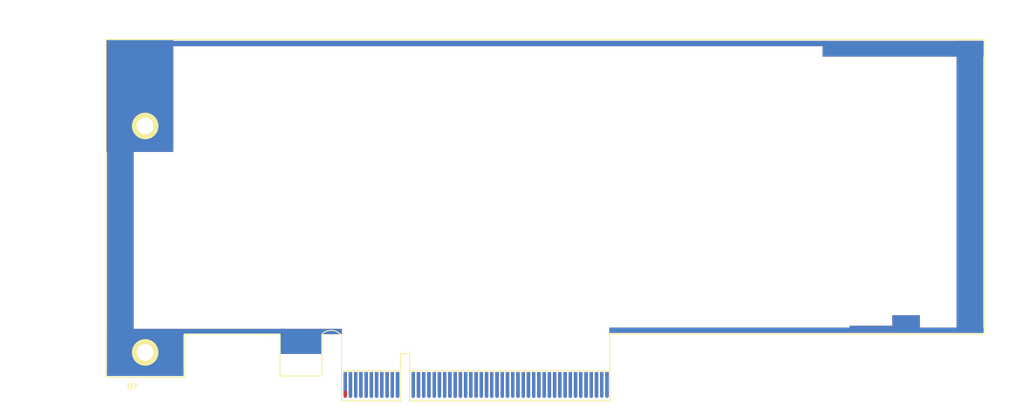
<source format=kicad_pcb>
(kicad_pcb (version 3) (host pcbnew "(2013-07-07 BZR 4022)-stable")

  (general
    (links 0)
    (no_connects 0)
    (area 118.805012 38.1368 341.280713 191.625299)
    (thickness 1.6)
    (drawings 17)
    (tracks 0)
    (zones 0)
    (modules 1)
    (nets 1)
  )

  (page A3)
  (layers
    (15 F.Cu signal)
    (0 B.Cu signal)
    (16 B.Adhes user)
    (17 F.Adhes user)
    (18 B.Paste user)
    (19 F.Paste user)
    (20 B.SilkS user)
    (21 F.SilkS user)
    (22 B.Mask user)
    (23 F.Mask user)
    (24 Dwgs.User user)
    (25 Cmts.User user)
    (26 Eco1.User user)
    (27 Eco2.User user)
    (28 Edge.Cuts user)
  )

  (setup
    (last_trace_width 0.254)
    (trace_clearance 0.254)
    (zone_clearance 0.508)
    (zone_45_only no)
    (trace_min 0.254)
    (segment_width 0.2)
    (edge_width 0.1)
    (via_size 0.889)
    (via_drill 0.635)
    (via_min_size 0.889)
    (via_min_drill 0.508)
    (uvia_size 0.508)
    (uvia_drill 0.127)
    (uvias_allowed no)
    (uvia_min_size 0.508)
    (uvia_min_drill 0.127)
    (pcb_text_width 0.3)
    (pcb_text_size 1.5 1.5)
    (mod_edge_width 0.2)
    (mod_text_size 1 1)
    (mod_text_width 0.15)
    (pad_size 8 4.8)
    (pad_drill 0.6)
    (pad_to_mask_clearance 0)
    (aux_axis_origin 0 0)
    (visible_elements 7FFFFFFF)
    (pcbplotparams
      (layerselection 3178497)
      (usegerberextensions true)
      (excludeedgelayer true)
      (linewidth 0.150000)
      (plotframeref false)
      (viasonmask false)
      (mode 1)
      (useauxorigin false)
      (hpglpennumber 1)
      (hpglpenspeed 20)
      (hpglpendiameter 15)
      (hpglpenoverlay 2)
      (psnegative false)
      (psa4output false)
      (plotreference true)
      (plotvalue true)
      (plotothertext true)
      (plotinvisibletext false)
      (padsonsilk false)
      (subtractmaskfromsilk false)
      (outputformat 1)
      (mirror false)
      (drillshape 1)
      (scaleselection 1)
      (outputdirectory ""))
  )

  (net 0 "")

  (net_class Default "This is the default net class."
    (clearance 0.254)
    (trace_width 0.254)
    (via_dia 0.889)
    (via_drill 0.635)
    (uvia_dia 0.508)
    (uvia_drill 0.127)
    (add_net "")
  )

  (module TOFE_8X_HalfHeight (layer F.Cu) (tedit 561E33CC) (tstamp 561E2BAD)
    (at 148.40966 164.6428)
    (path /5603FC64)
    (fp_text reference U? (at 5 1.75) (layer F.SilkS)
      (effects (font (size 1.016 1.016) (thickness 0.254)))
    )
    (fp_text value TOFE_Expansion_Board_8x_HalfHeight (at 27.3685 -11.3665) (layer F.SilkS) hide
      (effects (font (size 1.016 1.016) (thickness 0.254)))
    )
    (fp_line (start 167.75 -64) (end 167.75 -64.5) (layer F.SilkS) (width 0.2))
    (fp_line (start 167.75 -64.5) (end 159 -64.5) (layer F.SilkS) (width 0.2))
    (fp_line (start 159 -64.5) (end 143.75 -64.5) (layer F.SilkS) (width 0.2))
    (fp_line (start 143.75 -64.5) (end 0 -64.5) (layer F.SilkS) (width 0.2))
    (fp_line (start 0 -64.5) (end 0 -64) (layer F.SilkS) (width 0.2))
    (fp_line (start 167.75 -8.25) (end 167.75 -64.25) (layer F.SilkS) (width 0.2))
    (fp_line (start 0 0) (end 0 -64.4) (layer F.SilkS) (width 0.2))
    (fp_line (start 167.5 -8.25) (end 167.75 -8.25) (layer F.SilkS) (width 0.2))
    (fp_line (start 167.75 -8.25) (end 167.75 -8.55) (layer F.SilkS) (width 0.2))
    (fp_line (start 45 4.5) (end 45 -2.5) (layer F.SilkS) (width 0.2))
    (fp_line (start 45 -2.5) (end 45 -8) (layer F.SilkS) (width 0.2))
    (fp_line (start 45 -8) (end 44.75 -8.25) (layer F.SilkS) (width 0.2))
    (fp_arc (start 43 -6.5) (end 41.25 -8.25) (angle 90) (layer F.SilkS) (width 0.2))
    (fp_line (start 96.25 -8.25) (end 167.5 -8.25) (layer F.SilkS) (width 0.2))
    (fp_line (start 96.25 -0.75) (end 96.25 -8.25) (layer F.SilkS) (width 0.2))
    (fp_line (start 33.25 -0.25) (end 41.25 -0.25) (layer F.SilkS) (width 0.2))
    (fp_line (start 41.25 -2) (end 41.25 -0.25) (layer F.SilkS) (width 0.2))
    (fp_line (start 41.25 -2) (end 41.25 -8.25) (layer F.SilkS) (width 0.2))
    (fp_line (start 33.25 -0.25) (end 33.25 -8.25) (layer F.SilkS) (width 0.2))
    (fp_line (start 33.25 -8.25) (end 30.75 -8.25) (layer F.SilkS) (width 0.2))
    (fp_line (start 31.5 -8.25) (end 31 -8.25) (layer F.SilkS) (width 0.2))
    (fp_line (start 0 -0.25) (end 0 0) (layer F.SilkS) (width 0.2))
    (fp_line (start 0 0) (end 15 0) (layer F.SilkS) (width 0.2))
    (fp_line (start 15 0) (end 15 -0.25) (layer F.SilkS) (width 0.2))
    (fp_line (start 15 -0.25) (end 15 -8.25) (layer F.SilkS) (width 0.2))
    (fp_line (start 15 -8.25) (end 31.25 -8.25) (layer F.SilkS) (width 0.2))
    (fp_line (start 96.25 -1.25) (end 58 -1.25) (layer F.SilkS) (width 0.2))
    (fp_line (start 96.25 4.5) (end 96.25 -1.25) (layer F.SilkS) (width 0.2))
    (fp_line (start 58 4.5) (end 96.25 4.5) (layer F.SilkS) (width 0.2))
    (fp_line (start 58 -4.5) (end 58 4.5) (layer F.SilkS) (width 0.2))
    (fp_line (start 56.25 -4.5) (end 58 -4.5) (layer F.SilkS) (width 0.2))
    (fp_line (start 56.25 -4.5) (end 56.25 4.5) (layer F.SilkS) (width 0.2))
    (fp_line (start 56.25 -1.25) (end 45 -1.25) (layer F.SilkS) (width 0.2))
    (fp_line (start 45 4.5) (end 56.25 4.5) (layer F.SilkS) (width 0.2))
    (pad "" connect circle (at 64.6996 3.60124) (size 0.65024 0.65024)
      (layers F.Cu F.Mask)
    )
    (pad B1 connect rect (at 45.7004 1.3) (size 0.65024 4.59994)
      (layers F.Cu B.Mask)
    )
    (pad B2 connect rect (at 46.70116 1.3) (size 0.65024 4.59994)
      (layers F.Cu B.Mask)
    )
    (pad B3 connect rect (at 47.69938 1.3) (size 0.65024 4.59994)
      (layers F.Cu B.Mask)
    )
    (pad B4 connect rect (at 48.70014 1.3) (size 0.65024 4.59994)
      (layers F.Cu B.Mask)
    )
    (pad B5 connect rect (at 49.7009 1.3) (size 0.65024 4.59994)
      (layers F.Cu B.Mask)
    )
    (pad B6 connect rect (at 50.69912 1.3) (size 0.65024 4.59994)
      (layers F.Cu B.Mask)
    )
    (pad B7 connect rect (at 51.69988 1.3) (size 0.65024 4.59994)
      (layers F.Cu B.Mask)
    )
    (pad B8 connect rect (at 52.70064 1.3) (size 0.65024 4.59994)
      (layers F.Cu B.Mask)
    )
    (pad B9 connect rect (at 53.69886 1.3) (size 0.65024 4.59994)
      (layers F.Cu B.Mask)
    )
    (pad B10 connect rect (at 54.69962 1.3) (size 0.65024 4.59994)
      (layers F.Cu B.Mask)
    )
    (pad B11 connect rect (at 55.70038 1.3) (size 0.65024 4.59994)
      (layers F.Cu B.Mask)
    )
    (pad B14 connect rect (at 60.6991 1.3) (size 0.65024 4.59994)
      (layers F.Cu B.Mask)
    )
    (pad B15 connect rect (at 61.69986 1.3) (size 0.65024 4.59994)
      (layers F.Cu B.Mask)
    )
    (pad B16 connect rect (at 62.70062 1.3) (size 0.65024 4.59994)
      (layers F.Cu B.Mask)
    )
    (pad B17 connect rect (at 63.69884 0.79962) (size 0.65024 3.59918)
      (layers F.Cu B.Mask)
    )
    (pad B18 connect rect (at 64.6996 1.3) (size 0.65024 4.59994)
      (layers F.Cu B.Mask)
    )
    (pad B12 connect rect (at 58.70012 1.3) (size 0.65024 4.59994)
      (layers F.Cu B.Mask)
    )
    (pad B13 connect rect (at 59.70088 1.3) (size 0.65024 4.59994)
      (layers F.Cu B.Mask)
    )
    (pad A1 connect rect (at 45.7004 0.79962) (size 0.65024 3.59918)
      (layers B.Cu B.Mask)
    )
    (pad A2 connect rect (at 46.70116 1.3) (size 0.65024 4.59994)
      (layers B.Cu B.Mask)
    )
    (pad A3 connect rect (at 47.69938 1.3) (size 0.65024 4.59994)
      (layers B.Cu B.Mask)
    )
    (pad A4 connect rect (at 48.70014 1.3) (size 0.65024 4.59994)
      (layers B.Cu B.Mask)
    )
    (pad A5 connect rect (at 49.7009 1.3) (size 0.65024 4.59994)
      (layers B.Cu B.Mask)
    )
    (pad A6 connect rect (at 50.69912 1.3) (size 0.65024 4.59994)
      (layers B.Cu B.Mask)
    )
    (pad A7 connect rect (at 51.69988 1.3) (size 0.65024 4.59994)
      (layers B.Cu B.Mask)
    )
    (pad A8 connect rect (at 52.70064 1.3) (size 0.65024 4.59994)
      (layers B.Cu B.Mask)
    )
    (pad A9 connect rect (at 53.69886 1.3) (size 0.65024 4.59994)
      (layers B.Cu B.Mask)
    )
    (pad A10 connect rect (at 54.69962 1.3) (size 0.65024 4.59994)
      (layers B.Cu B.Mask)
    )
    (pad A11 connect rect (at 55.70038 1.3) (size 0.65024 4.59994)
      (layers B.Cu B.Mask)
    )
    (pad A14 connect rect (at 60.6991 1.3) (size 0.65024 4.59994)
      (layers B.Cu B.Mask)
    )
    (pad A15 connect rect (at 61.69986 1.3) (size 0.65024 4.59994)
      (layers B.Cu B.Mask)
    )
    (pad A16 connect rect (at 62.70062 1.3) (size 0.65024 4.59994)
      (layers B.Cu B.Mask)
    )
    (pad A17 connect rect (at 63.69884 1.3) (size 0.65024 4.59994)
      (layers B.Cu B.Mask)
    )
    (pad A18 connect rect (at 64.7 1.3) (size 0.65024 4.59994)
      (layers B.Cu B.Mask)
    )
    (pad A12 connect rect (at 58.70012 1.3) (size 0.65024 4.59994)
      (layers B.Cu B.Mask)
    )
    (pad A13 connect rect (at 59.70088 1.3) (size 0.65024 4.59994)
      (layers B.Cu B.Mask)
    )
    (pad "" connect circle (at 47.69938 3.60124) (size 0.65024 0.65024)
      (layers F.Cu F.Mask)
    )
    (pad "" connect circle (at 48.70014 3.60124) (size 0.65024 0.65024)
      (layers F.Cu F.Mask)
    )
    (pad "" connect circle (at 49.7009 3.60124) (size 0.65024 0.65024)
      (layers F.Cu F.Mask)
    )
    (pad "" connect circle (at 50.69912 3.60124) (size 0.65024 0.65024)
      (layers F.Cu F.Mask)
    )
    (pad "" connect circle (at 51.69988 3.60124) (size 0.65024 0.65024)
      (layers F.Cu F.Mask)
    )
    (pad "" connect circle (at 52.70064 3.60124) (size 0.65024 0.65024)
      (layers F.Cu F.Mask)
    )
    (pad "" connect circle (at 53.69886 3.60124) (size 0.65024 0.65024)
      (layers F.Cu F.Mask)
    )
    (pad "" connect circle (at 54.69962 3.60124) (size 0.65024 0.65024)
      (layers F.Cu F.Mask)
    )
    (pad "" connect circle (at 55.70038 3.60124) (size 0.65024 0.65024)
      (layers F.Cu F.Mask)
    )
    (pad "" connect circle (at 45.7004 3.60124) (size 0.65024 0.65024)
      (layers F.Cu F.Mask)
    )
    (pad "" connect circle (at 58.70012 3.60124) (size 0.65024 0.65024)
      (layers F.Cu F.Mask)
    )
    (pad "" connect circle (at 59.70088 3.60124) (size 0.65024 0.65024)
      (layers F.Cu F.Mask)
    )
    (pad "" connect circle (at 60.6991 3.60124) (size 0.65024 0.65024)
      (layers F.Cu F.Mask)
    )
    (pad "" connect circle (at 61.69986 3.60124) (size 0.65024 0.65024)
      (layers F.Cu F.Mask)
    )
    (pad "" connect circle (at 62.70062 3.60124) (size 0.65024 0.65024)
      (layers F.Cu F.Mask)
    )
    (pad "" connect circle (at 46.70116 3.60124) (size 0.65024 0.65024)
      (layers F.Cu F.Mask)
    )
    (pad "" connect oval (at 48.70014 3.60124 90) (size 0.65024 0.65024)
      (layers B.Cu B.Mask)
    )
    (pad "" connect oval (at 49.7009 3.60124 90) (size 0.65024 0.65024)
      (layers B.Cu B.Mask)
    )
    (pad "" connect oval (at 50.69912 3.60124 90) (size 0.65024 0.65024)
      (layers B.Cu B.Mask)
    )
    (pad "" connect oval (at 51.69988 3.60124 90) (size 0.65024 0.65024)
      (layers B.Cu B.Mask)
    )
    (pad "" connect oval (at 52.70064 3.60124 90) (size 0.65024 0.65024)
      (layers B.Cu B.Mask)
    )
    (pad "" connect oval (at 53.69886 3.60124 90) (size 0.65024 0.65024)
      (layers B.Cu B.Mask)
    )
    (pad "" connect oval (at 54.69962 3.60124 90) (size 0.65024 0.65024)
      (layers B.Cu B.Mask)
    )
    (pad "" connect oval (at 60.6991 3.60124 90) (size 0.65024 0.65024)
      (layers B.Cu B.Mask)
    )
    (pad "" connect oval (at 61.69986 3.60124 90) (size 0.65024 0.65024)
      (layers B.Cu B.Mask)
    )
    (pad "" connect oval (at 47.69938 3.60124 90) (size 0.65024 0.65024)
      (layers B.Cu B.Mask)
    )
    (pad "" connect oval (at 59.70088 3.60124 90) (size 0.65024 0.65024)
      (layers B.Cu B.Mask)
    )
    (pad "" connect oval (at 62.70062 3.60124 90) (size 0.65024 0.65024)
      (layers B.Cu B.Mask)
    )
    (pad "" connect oval (at 55.70038 3.60124 90) (size 0.65024 0.65024)
      (layers B.Cu B.Mask)
    )
    (pad "" connect oval (at 58.70012 3.60124 90) (size 0.65024 0.65024)
      (layers B.Cu B.Mask)
    )
    (pad "" connect oval (at 63.69884 3.60124 90) (size 0.65024 0.65024)
      (layers B.Cu B.Mask)
    )
    (pad "" connect oval (at 64.6996 3.60124 90) (size 0.65024 0.65024)
      (layers B.Cu B.Mask)
    )
    (pad "" connect oval (at 46.70116 3.60124 90) (size 0.65024 0.65024)
      (layers B.Cu B.Mask)
    )
    (pad B19 connect rect (at 65.7 1.3) (size 0.65024 4.59994)
      (layers F.Cu B.Mask)
    )
    (pad A19 connect rect (at 65.7 1.3) (size 0.65024 4.59994)
      (layers B.Cu B.Mask)
    )
    (pad A20 connect rect (at 66.7 1.3) (size 0.65024 4.59994)
      (layers B.Cu B.Mask)
    )
    (pad A21 connect rect (at 67.7 1.3) (size 0.65024 4.59994)
      (layers B.Cu B.Mask)
    )
    (pad A22 connect rect (at 68.7 1.3) (size 0.65024 4.59994)
      (layers B.Cu B.Mask)
    )
    (pad A23 connect rect (at 69.7 1.3) (size 0.65024 4.59994)
      (layers B.Cu B.Mask)
    )
    (pad A24 connect rect (at 70.7 1.3) (size 0.65024 4.59994)
      (layers B.Cu B.Mask)
    )
    (pad A25 connect rect (at 71.7 1.3) (size 0.65024 4.59994)
      (layers B.Cu B.Mask)
    )
    (pad A26 connect rect (at 72.7 1.3) (size 0.65024 4.59994)
      (layers B.Cu B.Mask)
    )
    (pad A27 connect rect (at 73.7 1.3) (size 0.65024 4.59994)
      (layers B.Cu B.Mask)
    )
    (pad A28 connect rect (at 74.7 1.3) (size 0.65024 4.59994)
      (layers B.Cu B.Mask)
    )
    (pad A29 connect rect (at 75.7 1.3) (size 0.65024 4.59994)
      (layers B.Cu B.Mask)
    )
    (pad A30 connect rect (at 76.7 1.3) (size 0.65024 4.59994)
      (layers B.Cu B.Mask)
    )
    (pad A31 connect rect (at 77.7 1.3) (size 0.65024 4.59994)
      (layers B.Cu B.Mask)
    )
    (pad A32 connect rect (at 78.7 1.3) (size 0.65024 4.59994)
      (layers B.Cu B.Mask)
    )
    (pad A33 connect rect (at 79.7 1.3) (size 0.65024 4.59994)
      (layers B.Cu B.Mask)
    )
    (pad A34 connect rect (at 80.7 1.3) (size 0.65024 4.59994)
      (layers B.Cu B.Mask)
    )
    (pad A35 connect rect (at 81.7 1.3) (size 0.65024 4.59994)
      (layers B.Cu B.Mask)
    )
    (pad A36 connect rect (at 82.7 1.3) (size 0.65024 4.59994)
      (layers B.Cu B.Mask)
    )
    (pad A37 connect rect (at 83.7 1.3) (size 0.65024 4.59994)
      (layers B.Cu B.Mask)
    )
    (pad A38 connect rect (at 84.7 1.3) (size 0.65024 4.59994)
      (layers B.Cu B.Mask)
    )
    (pad A39 connect rect (at 85.7 1.3) (size 0.65024 4.59994)
      (layers B.Cu B.Mask)
    )
    (pad A40 connect rect (at 86.7 1.3) (size 0.65024 4.59994)
      (layers B.Cu B.Mask)
    )
    (pad A41 connect rect (at 87.7 1.3) (size 0.65024 4.59994)
      (layers B.Cu B.Mask)
    )
    (pad A42 connect rect (at 88.7 1.3) (size 0.65024 4.59994)
      (layers B.Cu B.Mask)
    )
    (pad A43 connect rect (at 89.7 1.3) (size 0.65024 4.59994)
      (layers B.Cu B.Mask)
    )
    (pad A44 connect rect (at 90.7 1.3) (size 0.65024 4.59994)
      (layers B.Cu B.Mask)
    )
    (pad A45 connect rect (at 91.7 1.3) (size 0.65024 4.59994)
      (layers B.Cu B.Mask)
    )
    (pad A46 connect rect (at 92.7 1.3) (size 0.65024 4.59994)
      (layers B.Cu B.Mask)
    )
    (pad A47 connect rect (at 93.7 1.3) (size 0.65024 4.59994)
      (layers B.Cu B.Mask)
    )
    (pad A48 connect rect (at 94.7 1.3) (size 0.65024 4.59994)
      (layers B.Cu B.Mask)
    )
    (pad A49 connect rect (at 95.7 1.3) (size 0.65024 4.59994)
      (layers B.Cu B.Mask)
    )
    (pad B20 connect rect (at 66.7 1.3) (size 0.65024 4.59994)
      (layers F.Cu B.Mask)
    )
    (pad B21 connect rect (at 67.7 1.3) (size 0.65024 4.59994)
      (layers F.Cu B.Mask)
    )
    (pad B22 connect rect (at 68.7 1.3) (size 0.65024 4.59994)
      (layers F.Cu B.Mask)
    )
    (pad B23 connect rect (at 69.7 1.3) (size 0.65024 4.59994)
      (layers F.Cu B.Mask)
    )
    (pad B24 connect rect (at 70.7 1.3) (size 0.65024 4.59994)
      (layers F.Cu B.Mask)
    )
    (pad B25 connect rect (at 71.7 1.3) (size 0.65024 4.59994)
      (layers F.Cu B.Mask)
    )
    (pad B26 connect rect (at 72.7 1.3) (size 0.65024 4.59994)
      (layers F.Cu B.Mask)
    )
    (pad B27 connect rect (at 73.7 1.3) (size 0.65024 4.59994)
      (layers F.Cu B.Mask)
    )
    (pad B28 connect rect (at 74.7 1.3) (size 0.65024 4.59994)
      (layers F.Cu B.Mask)
    )
    (pad B29 connect rect (at 75.7 1.3) (size 0.65024 4.59994)
      (layers F.Cu B.Mask)
    )
    (pad B30 connect rect (at 76.7 1.3) (size 0.65024 4.59994)
      (layers F.Cu B.Mask)
    )
    (pad B31 connect rect (at 77.7 0.8) (size 0.65024 3.59918)
      (layers F.Cu B.Mask)
    )
    (pad B32 connect rect (at 78.7 1.3) (size 0.65024 4.59994)
      (layers F.Cu B.Mask)
    )
    (pad B33 connect rect (at 79.7 1.3) (size 0.65024 4.59994)
      (layers F.Cu B.Mask)
    )
    (pad B34 connect rect (at 80.7 1.3) (size 0.65024 4.59994)
      (layers F.Cu B.Mask)
    )
    (pad B35 connect rect (at 81.7 1.3) (size 0.65024 4.59994)
      (layers F.Cu B.Mask)
    )
    (pad B36 connect rect (at 82.7 1.3) (size 0.65024 4.59994)
      (layers F.Cu B.Mask)
    )
    (pad B37 connect rect (at 83.7 1.3) (size 0.65024 4.59994)
      (layers F.Cu B.Mask)
    )
    (pad B38 connect rect (at 84.7 1.3) (size 0.65024 4.59994)
      (layers F.Cu B.Mask)
    )
    (pad B39 connect rect (at 85.7 1.3) (size 0.65024 4.59994)
      (layers F.Cu B.Mask)
    )
    (pad B40 connect rect (at 86.7 1.3) (size 0.65024 4.59994)
      (layers F.Cu B.Mask)
    )
    (pad B41 connect rect (at 87.7 1.3) (size 0.65024 4.59994)
      (layers F.Cu B.Mask)
    )
    (pad B42 connect rect (at 88.7 1.3) (size 0.65024 4.59994)
      (layers F.Cu B.Mask)
    )
    (pad B43 connect rect (at 89.7 1.3) (size 0.65024 4.59994)
      (layers F.Cu B.Mask)
    )
    (pad B44 connect rect (at 90.7 1.3) (size 0.65024 4.59994)
      (layers F.Cu B.Mask)
    )
    (pad B45 connect rect (at 91.7 1.3) (size 0.65024 4.59994)
      (layers F.Cu B.Mask)
    )
    (pad B46 connect rect (at 92.7 1.3) (size 0.65024 4.59994)
      (layers F.Cu B.Mask)
    )
    (pad B47 connect rect (at 93.7 1.3) (size 0.65024 4.59994)
      (layers F.Cu B.Mask)
    )
    (pad B48 connect rect (at 94.7 0.8) (size 0.65024 3.59918)
      (layers F.Cu B.Mask)
    )
    (pad B49 connect rect (at 95.7 1.3) (size 0.65024 4.59994)
      (layers F.Cu B.Mask)
    )
    (pad "" connect oval (at 65.7 3.60124) (size 0.65024 0.65024)
      (layers F.Cu B.Mask)
    )
    (pad "" connect oval (at 66.7 3.60124) (size 0.65024 0.65024)
      (layers F.Cu B.Mask)
    )
    (pad "" connect oval (at 67.7 3.60124) (size 0.65024 0.65024)
      (layers F.Cu B.Mask)
    )
    (pad "" connect oval (at 68.7 3.60124) (size 0.65024 0.65024)
      (layers F.Cu B.Mask)
    )
    (pad "" connect oval (at 69.7 3.60124) (size 0.65024 0.65024)
      (layers F.Cu B.Mask)
    )
    (pad "" connect oval (at 70.7 3.60124) (size 0.65024 0.65024)
      (layers F.Cu B.Mask)
    )
    (pad "" connect oval (at 71.7 3.60124) (size 0.65024 0.65024)
      (layers F.Cu B.Mask)
    )
    (pad "" connect oval (at 72.7 3.60124) (size 0.65024 0.65024)
      (layers F.Cu B.Mask)
    )
    (pad "" connect oval (at 90.7 3.60124) (size 0.65024 0.65024)
      (layers F.Cu B.Mask)
    )
    (pad "" connect oval (at 73.7 3.60124) (size 0.65024 0.65024)
      (layers F.Cu B.Mask)
    )
    (pad "" connect oval (at 74.7 3.60124) (size 0.65024 0.65024)
      (layers F.Cu B.Mask)
    )
    (pad "" connect oval (at 75.7 3.60124) (size 0.65024 0.65024)
      (layers F.Cu B.Mask)
    )
    (pad "" connect oval (at 76.7 3.60124) (size 0.65024 0.65024)
      (layers F.Cu B.Mask)
    )
    (pad "" connect oval (at 78.7 3.60124) (size 0.65024 0.65024)
      (layers F.Cu B.Mask)
    )
    (pad "" connect oval (at 79.7 3.60124) (size 0.65024 0.65024)
      (layers F.Cu B.Mask)
    )
    (pad "" connect oval (at 80.7 3.60124) (size 0.65024 0.65024)
      (layers F.Cu B.Mask)
    )
    (pad "" connect oval (at 81.7 3.60124) (size 0.65024 0.65024)
      (layers F.Cu B.Mask)
    )
    (pad "" connect oval (at 82.7 3.60124) (size 0.65024 0.65024)
      (layers F.Cu B.Mask)
    )
    (pad "" connect oval (at 91.7 3.60124) (size 0.65024 0.65024)
      (layers F.Cu B.Mask)
    )
    (pad "" connect oval (at 83.7 3.60124) (size 0.65024 0.65024)
      (layers F.Cu B.Mask)
    )
    (pad "" connect oval (at 84.7 3.60124) (size 0.65024 0.65024)
      (layers F.Cu B.Mask)
    )
    (pad "" connect oval (at 85.7 3.60124) (size 0.65024 0.65024)
      (layers F.Cu B.Mask)
    )
    (pad "" connect oval (at 86.7 3.60124) (size 0.65024 0.65024)
      (layers F.Cu B.Mask)
    )
    (pad "" connect oval (at 87.7 3.60124) (size 0.65024 0.65024)
      (layers F.Cu B.Mask)
    )
    (pad "" connect oval (at 88.7 3.60124) (size 0.65024 0.65024)
      (layers F.Cu B.Mask)
    )
    (pad "" connect oval (at 89.7 3.60124) (size 0.65024 0.65024)
      (layers F.Cu B.Mask)
    )
    (pad "" connect oval (at 92.7 3.60124) (size 0.65024 0.65024)
      (layers F.Cu B.Mask)
    )
    (pad "" connect oval (at 93.7 3.60124) (size 0.65024 0.65024)
      (layers F.Cu B.Mask)
    )
    (pad "" connect oval (at 95.7 3.60124) (size 0.65024 0.65024)
      (layers F.Cu B.Mask)
    )
    (pad "" connect oval (at 65.7 3.60124 90) (size 0.65024 0.65024)
      (layers B.Cu B.Mask)
    )
    (pad "" connect oval (at 66.7 3.60124 90) (size 0.65024 0.65024)
      (layers B.Cu B.Mask)
    )
    (pad "" connect oval (at 67.7 3.60124 90) (size 0.65024 0.65024)
      (layers B.Cu B.Mask)
    )
    (pad "" connect oval (at 68.7 3.60124 90) (size 0.65024 0.65024)
      (layers B.Cu B.Mask)
    )
    (pad "" connect oval (at 69.7 3.60124 90) (size 0.65024 0.65024)
      (layers B.Cu B.Mask)
    )
    (pad "" connect oval (at 70.7 3.60124 90) (size 0.65024 0.65024)
      (layers B.Cu B.Mask)
    )
    (pad "" connect oval (at 71.7 3.60124 90) (size 0.65024 0.65024)
      (layers B.Cu B.Mask)
    )
    (pad "" connect oval (at 72.7 3.60124 90) (size 0.65024 0.65024)
      (layers B.Cu B.Mask)
    )
    (pad "" connect oval (at 73.7 3.60124 90) (size 0.65024 0.65024)
      (layers B.Cu B.Mask)
    )
    (pad "" connect oval (at 74.7 3.60124 90) (size 0.65024 0.65024)
      (layers B.Cu B.Mask)
    )
    (pad "" connect oval (at 75.7 3.60124 90) (size 0.65024 0.65024)
      (layers B.Cu B.Mask)
    )
    (pad "" connect oval (at 76.7 3.60124 90) (size 0.65024 0.65024)
      (layers B.Cu B.Mask)
    )
    (pad "" connect oval (at 77.7 3.60124 90) (size 0.65024 0.65024)
      (layers B.Cu B.Mask)
    )
    (pad "" connect oval (at 78.7 3.60124 90) (size 0.65024 0.65024)
      (layers B.Cu B.Mask)
    )
    (pad "" connect oval (at 79.7 3.60124 90) (size 0.65024 0.65024)
      (layers B.Cu B.Mask)
    )
    (pad "" connect oval (at 80.7 3.60124 90) (size 0.65024 0.65024)
      (layers B.Cu B.Mask)
    )
    (pad "" connect oval (at 81.7 3.60124 90) (size 0.65024 0.65024)
      (layers B.Cu B.Mask)
    )
    (pad "" connect oval (at 82.7 3.60124 90) (size 0.65024 0.65024)
      (layers B.Cu B.Mask)
    )
    (pad "" connect oval (at 83.7 3.60124 90) (size 0.65024 0.65024)
      (layers B.Cu B.Mask)
    )
    (pad "" connect oval (at 84.7 3.60124 90) (size 0.65024 0.65024)
      (layers B.Cu B.Mask)
    )
    (pad "" connect oval (at 85.7 3.60124 90) (size 0.65024 0.65024)
      (layers B.Cu B.Mask)
    )
    (pad "" connect oval (at 86.7 3.60124 90) (size 0.65024 0.65024)
      (layers B.Cu B.Mask)
    )
    (pad "" connect oval (at 87.7 3.60124 90) (size 0.65024 0.65024)
      (layers B.Cu B.Mask)
    )
    (pad "" connect oval (at 88.7 3.60124 90) (size 0.65024 0.65024)
      (layers B.Cu B.Mask)
    )
    (pad "" connect oval (at 89.7 3.60124 90) (size 0.65024 0.65024)
      (layers B.Cu B.Mask)
    )
    (pad "" connect oval (at 90.7 3.60124 90) (size 0.65024 0.65024)
      (layers B.Cu B.Mask)
    )
    (pad "" connect oval (at 91.7 3.60124 90) (size 0.65024 0.65024)
      (layers B.Cu B.Mask)
    )
    (pad "" connect oval (at 92.7 3.60124 90) (size 0.65024 0.65024)
      (layers B.Cu B.Mask)
    )
    (pad "" connect oval (at 93.7 3.60124 90) (size 0.65024 0.65024)
      (layers B.Cu B.Mask)
    )
    (pad "" connect oval (at 94.7 3.60124 90) (size 0.65024 0.65024)
      (layers B.Cu B.Mask)
    )
    (pad "" connect oval (at 95.7 3.60124 90) (size 0.65024 0.65024)
      (layers B.Cu B.Mask)
    )
    (pad "" smd rect (at 6.5 -53.75) (size 12.7 21.4)
      (layers F.Cu F.Paste F.Mask)
    )
    (pad "" smd rect (at 7.5 -4.75) (size 14.6 9)
      (layers F.Cu F.Paste F.Mask)
    )
    (pad "" smd rect (at 74.75 -63.75) (size 125 1)
      (layers F.Cu F.Paste F.Mask)
    )
    (pad "" smd rect (at 152.25 -62.75) (size 30.75 3)
      (layers F.Cu F.Paste F.Mask)
    )
    (pad "" smd rect (at 165 -36.75) (size 5.08 55)
      (layers F.Cu F.Paste F.Mask)
    )
    (pad "" smd rect (at 131.875 -9) (size 71.45 1)
      (layers F.Cu F.Paste F.Mask)
    )
    (pad "" smd rect (at 2.75 -32.25) (size 5.08 64)
      (layers F.Cu F.Paste F.Mask)
    )
    (pad "" smd rect (at 24.5 -8.75) (size 19.5 1)
      (layers F.Cu F.Paste F.Mask)
    )
    (pad "" smd rect (at 37.325 -6.85) (size 8 4.8)
      (layers F.Cu F.Paste F.Mask)
    )
    (pad "" smd rect (at 6.5 -53.75) (size 12.7 21.4)
      (layers B.Cu F.Paste F.Mask)
    )
    (pad "" smd rect (at 75 -63.75) (size 125 1)
      (layers B.Cu F.Paste F.Mask)
    )
    (pad "" smd rect (at 152.25 -62.75) (size 30.75 3)
      (layers B.Cu F.Paste F.Mask)
    )
    (pad "" smd rect (at 165 -36) (size 5.08 55)
      (layers B.Cu F.Paste F.Mask)
    )
    (pad "" smd rect (at 131.875 -9) (size 71.45 1)
      (layers B.Cu F.Paste F.Mask)
    )
    (pad "" smd rect (at 7.5 -4.75) (size 14.6 9)
      (layers B.Cu F.Paste F.Mask)
    )
    (pad "" smd rect (at 24.5 -8.75) (size 19.5 1)
      (layers B.Cu F.Paste F.Mask)
    )
    (pad "" smd rect (at 37.325 -6.85) (size 8 4.8)
      (layers B.Cu F.Paste F.Mask)
    )
    (pad "" smd rect (at 43.075 -8.75) (size 4 1)
      (layers B.Cu F.Paste F.Mask)
    )
    (pad "" smd rect (at 43.075 -8.75) (size 4 1)
      (layers F.Cu F.Paste F.Mask)
    )
    (pad "" thru_hole circle (at 7.5 -4.75) (size 5.08 5.08) (drill 3.18)
      (layers *.Cu *.Mask F.SilkS)
    )
    (pad "" smd rect (at 146.12 -9.67) (size 8.15 0.35)
      (layers F.Cu F.Paste F.Mask)
    )
    (pad "" smd rect (at 146.12 -9.67) (size 8.15 0.35)
      (layers B.Cu F.Paste F.Mask)
    )
    (pad "" smd rect (at 152.82 -10.67) (size 5.25 2.35)
      (layers B.Cu F.Paste F.Mask)
    )
    (pad "" smd rect (at 152.82 -10.67) (size 5.25 2.35)
      (layers F.Cu F.Paste F.Mask)
    )
    (pad "" smd rect (at 2.75 -32.25) (size 5.08 64)
      (layers B.Cu F.Paste F.Mask)
    )
    (pad "" thru_hole circle (at 7.5 -48) (size 5.08 5.08) (drill 3.18)
      (layers *.Cu *.Mask F.SilkS)
    )
  )

  (dimension 8.128 (width 0.25) (layer Dwgs.User)
    (gr_text "8.128 mm" (at 166.497 160.3375 270) (layer Dwgs.User)
      (effects (font (size 1 1) (thickness 0.25)))
    )
    (feature1 (pts (xy 163.3855 164.592) (xy 167.672999 164.592)))
    (feature2 (pts (xy 163.3855 156.464) (xy 167.672999 156.464)))
    (crossbar (pts (xy 164.972999 156.464) (xy 164.972999 164.592)))
    (arrow1a (pts (xy 164.972999 164.592) (xy 164.386579 163.465497)))
    (arrow1b (pts (xy 164.972999 164.592) (xy 165.559419 163.465497)))
    (arrow2a (pts (xy 164.972999 156.464) (xy 164.386579 157.590503)))
    (arrow2b (pts (xy 164.972999 156.464) (xy 165.559419 157.590503)))
  )
  (dimension 14.986 (width 0.3) (layer Dwgs.User)
    (gr_text "14.986 mm" (at 155.8925 168.6725) (layer Dwgs.User)
      (effects (font (size 1.5 1.5) (thickness 0.3)))
    )
    (feature1 (pts (xy 163.3855 164.592) (xy 163.3855 170.0225)))
    (feature2 (pts (xy 148.3995 164.592) (xy 148.3995 170.0225)))
    (crossbar (pts (xy 148.3995 167.3225) (xy 163.3855 167.3225)))
    (arrow1a (pts (xy 163.3855 167.3225) (xy 162.258997 167.90892)))
    (arrow1b (pts (xy 163.3855 167.3225) (xy 162.258997 166.73608)))
    (arrow2a (pts (xy 148.3995 167.3225) (xy 149.526003 167.90892)))
    (arrow2b (pts (xy 148.3995 167.3225) (xy 149.526003 166.73608)))
  )
  (dimension 4.699 (width 0.3) (layer Dwgs.User)
    (gr_text "4.699 mm" (at 146.4945 170.815 270) (layer Dwgs.User)
      (effects (font (size 1.5 1.5) (thickness 0.3)))
    )
    (feature1 (pts (xy 148.3995 164.592) (xy 144.048501 164.592)))
    (feature2 (pts (xy 148.3995 159.893) (xy 144.048501 159.893)))
    (crossbar (pts (xy 146.748501 159.893) (xy 146.748501 164.592)))
    (arrow1a (pts (xy 146.748501 164.592) (xy 146.162081 163.465497)))
    (arrow1b (pts (xy 146.748501 164.592) (xy 147.334921 163.465497)))
    (arrow2a (pts (xy 146.748501 159.893) (xy 146.162081 161.019503)))
    (arrow2b (pts (xy 146.748501 159.893) (xy 147.334921 161.019503)))
  )
  (dimension 3.4925 (width 0.3) (layer Dwgs.User)
    (gr_text "3.493 mm" (at 146.431 150.1775 270) (layer Dwgs.User)
      (effects (font (size 1.5 1.5) (thickness 0.3)))
    )
    (feature1 (pts (xy 148.3995 159.893) (xy 144.048501 159.893)))
    (feature2 (pts (xy 148.3995 156.4005) (xy 144.048501 156.4005)))
    (crossbar (pts (xy 146.748501 156.4005) (xy 146.748501 159.893)))
    (arrow1a (pts (xy 146.748501 159.893) (xy 146.162081 158.766497)))
    (arrow1b (pts (xy 146.748501 159.893) (xy 147.334921 158.766497)))
    (arrow2a (pts (xy 146.748501 156.4005) (xy 146.162081 157.527003)))
    (arrow2b (pts (xy 146.748501 156.4005) (xy 147.334921 157.527003)))
  )
  (dimension 18.288 (width 0.3) (layer Dwgs.User)
    (gr_text "18.288 mm" (at 173.0375 165.862) (layer Dwgs.User)
      (effects (font (size 1.5 1.5) (thickness 0.3)))
    )
    (feature1 (pts (xy 163.3855 164.338) (xy 163.3855 164.338)))
    (feature2 (pts (xy 181.6735 164.338) (xy 181.6735 164.338)))
    (crossbar (pts (xy 181.6735 164.338) (xy 163.3855 164.338)))
    (arrow1a (pts (xy 163.3855 164.338) (xy 164.512003 163.75158)))
    (arrow1b (pts (xy 163.3855 164.338) (xy 164.512003 164.92442)))
    (arrow2a (pts (xy 181.6735 164.338) (xy 180.546997 163.75158)))
    (arrow2b (pts (xy 181.6735 164.338) (xy 180.546997 164.92442)))
  )
  (dimension 7.874 (width 0.3) (layer Dwgs.User)
    (gr_text "7.874 mm" (at 180.721 168.656) (layer Dwgs.User)
      (effects (font (size 1.5 1.5) (thickness 0.3)))
    )
    (feature1 (pts (xy 189.611 164.338) (xy 189.611 169.641499)))
    (feature2 (pts (xy 181.737 164.338) (xy 181.737 169.641499)))
    (crossbar (pts (xy 181.737 166.941499) (xy 189.611 166.941499)))
    (arrow1a (pts (xy 189.611 166.941499) (xy 188.484497 167.527919)))
    (arrow1b (pts (xy 189.611 166.941499) (xy 188.484497 166.355079)))
    (arrow2a (pts (xy 181.737 166.941499) (xy 182.863503 167.527919)))
    (arrow2b (pts (xy 181.737 166.941499) (xy 182.863503 166.355079)))
  )
  (dimension 3.7465 (width 0.3) (layer Dwgs.User)
    (gr_text "3.747 mm" (at 183.388 171.6405) (layer Dwgs.User)
      (effects (font (size 1.5 1.5) (thickness 0.3)))
    )
    (feature1 (pts (xy 189.6745 163.3855) (xy 189.6745 173.705499)))
    (feature2 (pts (xy 193.421 163.3855) (xy 193.421 173.705499)))
    (crossbar (pts (xy 193.421 171.005499) (xy 189.6745 171.005499)))
    (arrow1a (pts (xy 189.6745 171.005499) (xy 190.801003 170.419079)))
    (arrow1b (pts (xy 189.6745 171.005499) (xy 190.801003 171.591919)))
    (arrow2a (pts (xy 193.421 171.005499) (xy 192.294497 170.419079)))
    (arrow2b (pts (xy 193.421 171.005499) (xy 192.294497 171.591919)))
  )
  (dimension 12.446 (width 0.3) (layer Dwgs.User)
    (gr_text "12.446 mm" (at 191.563 162.8775 270) (layer Dwgs.User)
      (effects (font (size 1.5 1.5) (thickness 0.3)))
    )
    (feature1 (pts (xy 193.421 169.1005) (xy 190.213 169.1005)))
    (feature2 (pts (xy 193.421 156.6545) (xy 190.213 156.6545)))
    (crossbar (pts (xy 192.913 156.6545) (xy 192.913 169.1005)))
    (arrow1a (pts (xy 192.913 169.1005) (xy 192.32658 167.973997)))
    (arrow1b (pts (xy 192.913 169.1005) (xy 193.49942 167.973997)))
    (arrow2a (pts (xy 192.913 156.6545) (xy 192.32658 157.781003)))
    (arrow2b (pts (xy 192.913 156.6545) (xy 193.49942 157.781003)))
  )
  (dimension 11.176 (width 0.3) (layer Dwgs.User)
    (gr_text "11.176 mm" (at 197.2945 175.006) (layer Dwgs.User)
      (effects (font (size 1.5 1.5) (thickness 0.3)))
    )
    (feature1 (pts (xy 193.4845 169.1005) (xy 193.4845 173.641999)))
    (feature2 (pts (xy 204.6605 169.1005) (xy 204.6605 173.641999)))
    (crossbar (pts (xy 204.6605 170.941999) (xy 193.4845 170.941999)))
    (arrow1a (pts (xy 193.4845 170.941999) (xy 194.611003 170.355579)))
    (arrow1b (pts (xy 193.4845 170.941999) (xy 194.611003 171.528419)))
    (arrow2a (pts (xy 204.6605 170.941999) (xy 203.533997 170.355579)))
    (arrow2b (pts (xy 204.6605 170.941999) (xy 203.533997 171.528419)))
  )
  (dimension 1.778 (width 0.3) (layer Dwgs.User)
    (gr_text "1.778 mm" (at 210.185 175.4505) (layer Dwgs.User)
      (effects (font (size 1.5 1.5) (thickness 0.3)))
    )
    (feature1 (pts (xy 204.6605 169.1005) (xy 204.6605 173.514999)))
    (feature2 (pts (xy 206.4385 169.1005) (xy 206.4385 173.514999)))
    (crossbar (pts (xy 206.4385 170.814999) (xy 204.6605 170.814999)))
    (arrow1a (pts (xy 204.6605 170.814999) (xy 205.787003 170.228579)))
    (arrow1b (pts (xy 204.6605 170.814999) (xy 205.787003 171.401419)))
    (arrow2a (pts (xy 206.4385 170.814999) (xy 205.311997 170.228579)))
    (arrow2b (pts (xy 206.4385 170.814999) (xy 205.311997 171.401419)))
  )
  (dimension 8.9535 (width 0.25) (layer Dwgs.User)
    (gr_text "8.954 mm" (at 205.4225 164.846 270) (layer Dwgs.User)
      (effects (font (size 1 1) (thickness 0.25)))
    )
    (feature1 (pts (xy 206.375 169.1005) (xy 203.6115 169.1005)))
    (feature2 (pts (xy 206.375 160.147) (xy 203.6115 160.147)))
    (crossbar (pts (xy 206.3115 160.147) (xy 206.3115 169.1005)))
    (arrow1a (pts (xy 206.3115 169.1005) (xy 205.72508 167.973997)))
    (arrow1b (pts (xy 206.3115 169.1005) (xy 206.89792 167.973997)))
    (arrow2a (pts (xy 206.3115 160.147) (xy 205.72508 161.273503)))
    (arrow2b (pts (xy 206.3115 160.147) (xy 206.89792 161.273503)))
  )
  (dimension 43.294317 (width 0.3) (layer Dwgs.User)
    (gr_text "43.250 mm" (at 141.848392 138.296335 270.0504216) (layer Dwgs.User)
      (effects (font (size 1.5 1.5) (thickness 0.3)))
    )
    (feature1 (pts (xy 155.9433 159.9311) (xy 140.517443 159.944673)))
    (feature2 (pts (xy 155.9052 116.6368) (xy 140.479343 116.650373)))
    (crossbar (pts (xy 143.179341 116.647997) (xy 143.217441 159.942297)))
    (arrow1a (pts (xy 143.217441 159.942297) (xy 142.63003 158.81631)))
    (arrow1b (pts (xy 143.217441 159.942297) (xy 143.80287 158.815278)))
    (arrow2a (pts (xy 143.179341 116.647997) (xy 142.593912 117.775016)))
    (arrow2b (pts (xy 143.179341 116.647997) (xy 143.766752 117.773984)))
  )
  (dimension 64.4906 (width 0.3) (layer Dwgs.User)
    (gr_text "64.491 mm" (at 134.463801 132.384799 270) (layer Dwgs.User)
      (effects (font (size 1.5 1.5) (thickness 0.3)))
    )
    (feature1 (pts (xy 148.4122 164.6301) (xy 133.113801 164.630099)))
    (feature2 (pts (xy 148.4122 100.1395) (xy 133.113801 100.139499)))
    (crossbar (pts (xy 135.813801 100.139499) (xy 135.813801 164.630099)))
    (arrow1a (pts (xy 135.813801 164.630099) (xy 135.227381 163.503596)))
    (arrow1b (pts (xy 135.813801 164.630099) (xy 136.400221 163.503596)))
    (arrow2a (pts (xy 135.813801 100.139499) (xy 135.227381 101.266002)))
    (arrow2b (pts (xy 135.813801 100.139499) (xy 136.400221 101.266002)))
  )
  (dimension 38.227 (width 0.3) (layer Dwgs.User)
    (gr_text "38.227 mm" (at 225.552 172.431699) (layer Dwgs.User)
      (effects (font (size 1.5 1.5) (thickness 0.3)))
    )
    (feature1 (pts (xy 206.4385 169.1513) (xy 206.4385 173.781699)))
    (feature2 (pts (xy 244.6655 169.1513) (xy 244.6655 173.781699)))
    (crossbar (pts (xy 244.6655 171.081699) (xy 206.4385 171.081699)))
    (arrow1a (pts (xy 206.4385 171.081699) (xy 207.565003 170.495279)))
    (arrow1b (pts (xy 206.4385 171.081699) (xy 207.565003 171.668119)))
    (arrow2a (pts (xy 244.6655 171.081699) (xy 243.538997 170.495279)))
    (arrow2b (pts (xy 244.6655 171.081699) (xy 243.538997 171.668119)))
  )
  (dimension 71.4883 (width 0.3) (layer Dwgs.User)
    (gr_text "71.488 mm" (at 280.40965 170.475902) (layer Dwgs.User)
      (effects (font (size 1.5 1.5) (thickness 0.3)))
    )
    (feature1 (pts (xy 316.1538 156.4005) (xy 316.1538 171.825902)))
    (feature2 (pts (xy 244.6655 156.4005) (xy 244.6655 171.825902)))
    (crossbar (pts (xy 244.6655 169.125902) (xy 316.1538 169.125902)))
    (arrow1a (pts (xy 316.1538 169.125902) (xy 315.027297 169.712322)))
    (arrow1b (pts (xy 316.1538 169.125902) (xy 315.027297 168.539482)))
    (arrow2a (pts (xy 244.6655 169.125902) (xy 245.792003 169.712322)))
    (arrow2b (pts (xy 244.6655 169.125902) (xy 245.792003 168.539482)))
  )
  (dimension 56.261 (width 0.3) (layer Dwgs.User)
    (gr_text "56.261 mm" (at 321.085198 128.27 270) (layer Dwgs.User)
      (effects (font (size 1.5 1.5) (thickness 0.3)))
    )
    (feature1 (pts (xy 316.1538 156.4005) (xy 322.435198 156.4005)))
    (feature2 (pts (xy 316.1538 100.1395) (xy 322.435198 100.1395)))
    (crossbar (pts (xy 319.735198 100.1395) (xy 319.735198 156.4005)))
    (arrow1a (pts (xy 319.735198 156.4005) (xy 319.148778 155.273997)))
    (arrow1b (pts (xy 319.735198 156.4005) (xy 320.321618 155.273997)))
    (arrow2a (pts (xy 319.735198 100.1395) (xy 319.148778 101.266003)))
    (arrow2b (pts (xy 319.735198 100.1395) (xy 320.321618 101.266003)))
  )
  (dimension 167.7289 (width 0.3) (layer Dwgs.User)
    (gr_text "167.729 mm" (at 232.27665 94.433403) (layer Dwgs.User)
      (effects (font (size 1.5 1.5) (thickness 0.3)))
    )
    (feature1 (pts (xy 316.1411 100.1395) (xy 316.1411 93.083403)))
    (feature2 (pts (xy 148.4122 100.1395) (xy 148.4122 93.083403)))
    (crossbar (pts (xy 148.4122 95.783403) (xy 316.1411 95.783403)))
    (arrow1a (pts (xy 316.1411 95.783403) (xy 315.014597 96.369823)))
    (arrow1b (pts (xy 316.1411 95.783403) (xy 315.014597 95.196983)))
    (arrow2a (pts (xy 148.4122 95.783403) (xy 149.538703 96.369823)))
    (arrow2b (pts (xy 148.4122 95.783403) (xy 149.538703 95.196983)))
  )

)

</source>
